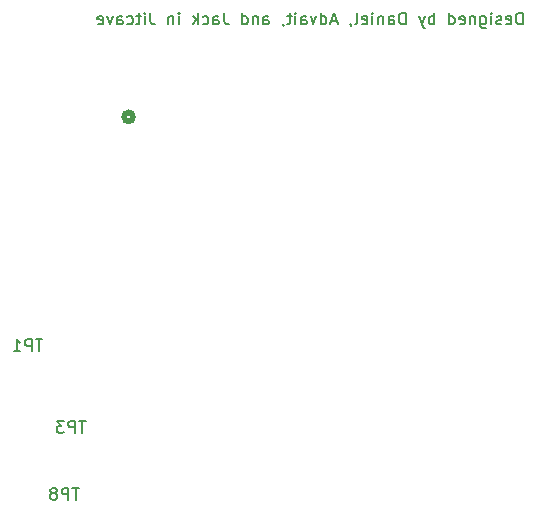
<source format=gbr>
%TF.GenerationSoftware,KiCad,Pcbnew,8.0.5*%
%TF.CreationDate,2024-10-16T13:53:07-05:00*%
%TF.ProjectId,MonitoringSystem_PCB,4d6f6e69-746f-4726-996e-675379737465,rev?*%
%TF.SameCoordinates,Original*%
%TF.FileFunction,Legend,Bot*%
%TF.FilePolarity,Positive*%
%FSLAX46Y46*%
G04 Gerber Fmt 4.6, Leading zero omitted, Abs format (unit mm)*
G04 Created by KiCad (PCBNEW 8.0.5) date 2024-10-16 13:53:07*
%MOMM*%
%LPD*%
G01*
G04 APERTURE LIST*
%ADD10C,0.150000*%
%ADD11C,0.508000*%
G04 APERTURE END LIST*
D10*
X162045420Y-84655019D02*
X162045420Y-83655019D01*
X162045420Y-83655019D02*
X161807325Y-83655019D01*
X161807325Y-83655019D02*
X161664468Y-83702638D01*
X161664468Y-83702638D02*
X161569230Y-83797876D01*
X161569230Y-83797876D02*
X161521611Y-83893114D01*
X161521611Y-83893114D02*
X161473992Y-84083590D01*
X161473992Y-84083590D02*
X161473992Y-84226447D01*
X161473992Y-84226447D02*
X161521611Y-84416923D01*
X161521611Y-84416923D02*
X161569230Y-84512161D01*
X161569230Y-84512161D02*
X161664468Y-84607400D01*
X161664468Y-84607400D02*
X161807325Y-84655019D01*
X161807325Y-84655019D02*
X162045420Y-84655019D01*
X160664468Y-84607400D02*
X160759706Y-84655019D01*
X160759706Y-84655019D02*
X160950182Y-84655019D01*
X160950182Y-84655019D02*
X161045420Y-84607400D01*
X161045420Y-84607400D02*
X161093039Y-84512161D01*
X161093039Y-84512161D02*
X161093039Y-84131209D01*
X161093039Y-84131209D02*
X161045420Y-84035971D01*
X161045420Y-84035971D02*
X160950182Y-83988352D01*
X160950182Y-83988352D02*
X160759706Y-83988352D01*
X160759706Y-83988352D02*
X160664468Y-84035971D01*
X160664468Y-84035971D02*
X160616849Y-84131209D01*
X160616849Y-84131209D02*
X160616849Y-84226447D01*
X160616849Y-84226447D02*
X161093039Y-84321685D01*
X160235896Y-84607400D02*
X160140658Y-84655019D01*
X160140658Y-84655019D02*
X159950182Y-84655019D01*
X159950182Y-84655019D02*
X159854944Y-84607400D01*
X159854944Y-84607400D02*
X159807325Y-84512161D01*
X159807325Y-84512161D02*
X159807325Y-84464542D01*
X159807325Y-84464542D02*
X159854944Y-84369304D01*
X159854944Y-84369304D02*
X159950182Y-84321685D01*
X159950182Y-84321685D02*
X160093039Y-84321685D01*
X160093039Y-84321685D02*
X160188277Y-84274066D01*
X160188277Y-84274066D02*
X160235896Y-84178828D01*
X160235896Y-84178828D02*
X160235896Y-84131209D01*
X160235896Y-84131209D02*
X160188277Y-84035971D01*
X160188277Y-84035971D02*
X160093039Y-83988352D01*
X160093039Y-83988352D02*
X159950182Y-83988352D01*
X159950182Y-83988352D02*
X159854944Y-84035971D01*
X159378753Y-84655019D02*
X159378753Y-83988352D01*
X159378753Y-83655019D02*
X159426372Y-83702638D01*
X159426372Y-83702638D02*
X159378753Y-83750257D01*
X159378753Y-83750257D02*
X159331134Y-83702638D01*
X159331134Y-83702638D02*
X159378753Y-83655019D01*
X159378753Y-83655019D02*
X159378753Y-83750257D01*
X158473992Y-83988352D02*
X158473992Y-84797876D01*
X158473992Y-84797876D02*
X158521611Y-84893114D01*
X158521611Y-84893114D02*
X158569230Y-84940733D01*
X158569230Y-84940733D02*
X158664468Y-84988352D01*
X158664468Y-84988352D02*
X158807325Y-84988352D01*
X158807325Y-84988352D02*
X158902563Y-84940733D01*
X158473992Y-84607400D02*
X158569230Y-84655019D01*
X158569230Y-84655019D02*
X158759706Y-84655019D01*
X158759706Y-84655019D02*
X158854944Y-84607400D01*
X158854944Y-84607400D02*
X158902563Y-84559780D01*
X158902563Y-84559780D02*
X158950182Y-84464542D01*
X158950182Y-84464542D02*
X158950182Y-84178828D01*
X158950182Y-84178828D02*
X158902563Y-84083590D01*
X158902563Y-84083590D02*
X158854944Y-84035971D01*
X158854944Y-84035971D02*
X158759706Y-83988352D01*
X158759706Y-83988352D02*
X158569230Y-83988352D01*
X158569230Y-83988352D02*
X158473992Y-84035971D01*
X157997801Y-83988352D02*
X157997801Y-84655019D01*
X157997801Y-84083590D02*
X157950182Y-84035971D01*
X157950182Y-84035971D02*
X157854944Y-83988352D01*
X157854944Y-83988352D02*
X157712087Y-83988352D01*
X157712087Y-83988352D02*
X157616849Y-84035971D01*
X157616849Y-84035971D02*
X157569230Y-84131209D01*
X157569230Y-84131209D02*
X157569230Y-84655019D01*
X156712087Y-84607400D02*
X156807325Y-84655019D01*
X156807325Y-84655019D02*
X156997801Y-84655019D01*
X156997801Y-84655019D02*
X157093039Y-84607400D01*
X157093039Y-84607400D02*
X157140658Y-84512161D01*
X157140658Y-84512161D02*
X157140658Y-84131209D01*
X157140658Y-84131209D02*
X157093039Y-84035971D01*
X157093039Y-84035971D02*
X156997801Y-83988352D01*
X156997801Y-83988352D02*
X156807325Y-83988352D01*
X156807325Y-83988352D02*
X156712087Y-84035971D01*
X156712087Y-84035971D02*
X156664468Y-84131209D01*
X156664468Y-84131209D02*
X156664468Y-84226447D01*
X156664468Y-84226447D02*
X157140658Y-84321685D01*
X155807325Y-84655019D02*
X155807325Y-83655019D01*
X155807325Y-84607400D02*
X155902563Y-84655019D01*
X155902563Y-84655019D02*
X156093039Y-84655019D01*
X156093039Y-84655019D02*
X156188277Y-84607400D01*
X156188277Y-84607400D02*
X156235896Y-84559780D01*
X156235896Y-84559780D02*
X156283515Y-84464542D01*
X156283515Y-84464542D02*
X156283515Y-84178828D01*
X156283515Y-84178828D02*
X156235896Y-84083590D01*
X156235896Y-84083590D02*
X156188277Y-84035971D01*
X156188277Y-84035971D02*
X156093039Y-83988352D01*
X156093039Y-83988352D02*
X155902563Y-83988352D01*
X155902563Y-83988352D02*
X155807325Y-84035971D01*
X154569229Y-84655019D02*
X154569229Y-83655019D01*
X154569229Y-84035971D02*
X154473991Y-83988352D01*
X154473991Y-83988352D02*
X154283515Y-83988352D01*
X154283515Y-83988352D02*
X154188277Y-84035971D01*
X154188277Y-84035971D02*
X154140658Y-84083590D01*
X154140658Y-84083590D02*
X154093039Y-84178828D01*
X154093039Y-84178828D02*
X154093039Y-84464542D01*
X154093039Y-84464542D02*
X154140658Y-84559780D01*
X154140658Y-84559780D02*
X154188277Y-84607400D01*
X154188277Y-84607400D02*
X154283515Y-84655019D01*
X154283515Y-84655019D02*
X154473991Y-84655019D01*
X154473991Y-84655019D02*
X154569229Y-84607400D01*
X153759705Y-83988352D02*
X153521610Y-84655019D01*
X153283515Y-83988352D02*
X153521610Y-84655019D01*
X153521610Y-84655019D02*
X153616848Y-84893114D01*
X153616848Y-84893114D02*
X153664467Y-84940733D01*
X153664467Y-84940733D02*
X153759705Y-84988352D01*
X152140657Y-84655019D02*
X152140657Y-83655019D01*
X152140657Y-83655019D02*
X151902562Y-83655019D01*
X151902562Y-83655019D02*
X151759705Y-83702638D01*
X151759705Y-83702638D02*
X151664467Y-83797876D01*
X151664467Y-83797876D02*
X151616848Y-83893114D01*
X151616848Y-83893114D02*
X151569229Y-84083590D01*
X151569229Y-84083590D02*
X151569229Y-84226447D01*
X151569229Y-84226447D02*
X151616848Y-84416923D01*
X151616848Y-84416923D02*
X151664467Y-84512161D01*
X151664467Y-84512161D02*
X151759705Y-84607400D01*
X151759705Y-84607400D02*
X151902562Y-84655019D01*
X151902562Y-84655019D02*
X152140657Y-84655019D01*
X150712086Y-84655019D02*
X150712086Y-84131209D01*
X150712086Y-84131209D02*
X150759705Y-84035971D01*
X150759705Y-84035971D02*
X150854943Y-83988352D01*
X150854943Y-83988352D02*
X151045419Y-83988352D01*
X151045419Y-83988352D02*
X151140657Y-84035971D01*
X150712086Y-84607400D02*
X150807324Y-84655019D01*
X150807324Y-84655019D02*
X151045419Y-84655019D01*
X151045419Y-84655019D02*
X151140657Y-84607400D01*
X151140657Y-84607400D02*
X151188276Y-84512161D01*
X151188276Y-84512161D02*
X151188276Y-84416923D01*
X151188276Y-84416923D02*
X151140657Y-84321685D01*
X151140657Y-84321685D02*
X151045419Y-84274066D01*
X151045419Y-84274066D02*
X150807324Y-84274066D01*
X150807324Y-84274066D02*
X150712086Y-84226447D01*
X150235895Y-83988352D02*
X150235895Y-84655019D01*
X150235895Y-84083590D02*
X150188276Y-84035971D01*
X150188276Y-84035971D02*
X150093038Y-83988352D01*
X150093038Y-83988352D02*
X149950181Y-83988352D01*
X149950181Y-83988352D02*
X149854943Y-84035971D01*
X149854943Y-84035971D02*
X149807324Y-84131209D01*
X149807324Y-84131209D02*
X149807324Y-84655019D01*
X149331133Y-84655019D02*
X149331133Y-83988352D01*
X149331133Y-83655019D02*
X149378752Y-83702638D01*
X149378752Y-83702638D02*
X149331133Y-83750257D01*
X149331133Y-83750257D02*
X149283514Y-83702638D01*
X149283514Y-83702638D02*
X149331133Y-83655019D01*
X149331133Y-83655019D02*
X149331133Y-83750257D01*
X148473991Y-84607400D02*
X148569229Y-84655019D01*
X148569229Y-84655019D02*
X148759705Y-84655019D01*
X148759705Y-84655019D02*
X148854943Y-84607400D01*
X148854943Y-84607400D02*
X148902562Y-84512161D01*
X148902562Y-84512161D02*
X148902562Y-84131209D01*
X148902562Y-84131209D02*
X148854943Y-84035971D01*
X148854943Y-84035971D02*
X148759705Y-83988352D01*
X148759705Y-83988352D02*
X148569229Y-83988352D01*
X148569229Y-83988352D02*
X148473991Y-84035971D01*
X148473991Y-84035971D02*
X148426372Y-84131209D01*
X148426372Y-84131209D02*
X148426372Y-84226447D01*
X148426372Y-84226447D02*
X148902562Y-84321685D01*
X147854943Y-84655019D02*
X147950181Y-84607400D01*
X147950181Y-84607400D02*
X147997800Y-84512161D01*
X147997800Y-84512161D02*
X147997800Y-83655019D01*
X147426371Y-84607400D02*
X147426371Y-84655019D01*
X147426371Y-84655019D02*
X147473990Y-84750257D01*
X147473990Y-84750257D02*
X147521609Y-84797876D01*
X146283514Y-84369304D02*
X145807324Y-84369304D01*
X146378752Y-84655019D02*
X146045419Y-83655019D01*
X146045419Y-83655019D02*
X145712086Y-84655019D01*
X144950181Y-84655019D02*
X144950181Y-83655019D01*
X144950181Y-84607400D02*
X145045419Y-84655019D01*
X145045419Y-84655019D02*
X145235895Y-84655019D01*
X145235895Y-84655019D02*
X145331133Y-84607400D01*
X145331133Y-84607400D02*
X145378752Y-84559780D01*
X145378752Y-84559780D02*
X145426371Y-84464542D01*
X145426371Y-84464542D02*
X145426371Y-84178828D01*
X145426371Y-84178828D02*
X145378752Y-84083590D01*
X145378752Y-84083590D02*
X145331133Y-84035971D01*
X145331133Y-84035971D02*
X145235895Y-83988352D01*
X145235895Y-83988352D02*
X145045419Y-83988352D01*
X145045419Y-83988352D02*
X144950181Y-84035971D01*
X144569228Y-83988352D02*
X144331133Y-84655019D01*
X144331133Y-84655019D02*
X144093038Y-83988352D01*
X143283514Y-84655019D02*
X143283514Y-84131209D01*
X143283514Y-84131209D02*
X143331133Y-84035971D01*
X143331133Y-84035971D02*
X143426371Y-83988352D01*
X143426371Y-83988352D02*
X143616847Y-83988352D01*
X143616847Y-83988352D02*
X143712085Y-84035971D01*
X143283514Y-84607400D02*
X143378752Y-84655019D01*
X143378752Y-84655019D02*
X143616847Y-84655019D01*
X143616847Y-84655019D02*
X143712085Y-84607400D01*
X143712085Y-84607400D02*
X143759704Y-84512161D01*
X143759704Y-84512161D02*
X143759704Y-84416923D01*
X143759704Y-84416923D02*
X143712085Y-84321685D01*
X143712085Y-84321685D02*
X143616847Y-84274066D01*
X143616847Y-84274066D02*
X143378752Y-84274066D01*
X143378752Y-84274066D02*
X143283514Y-84226447D01*
X142807323Y-84655019D02*
X142807323Y-83988352D01*
X142807323Y-83655019D02*
X142854942Y-83702638D01*
X142854942Y-83702638D02*
X142807323Y-83750257D01*
X142807323Y-83750257D02*
X142759704Y-83702638D01*
X142759704Y-83702638D02*
X142807323Y-83655019D01*
X142807323Y-83655019D02*
X142807323Y-83750257D01*
X142473990Y-83988352D02*
X142093038Y-83988352D01*
X142331133Y-83655019D02*
X142331133Y-84512161D01*
X142331133Y-84512161D02*
X142283514Y-84607400D01*
X142283514Y-84607400D02*
X142188276Y-84655019D01*
X142188276Y-84655019D02*
X142093038Y-84655019D01*
X141712085Y-84607400D02*
X141712085Y-84655019D01*
X141712085Y-84655019D02*
X141759704Y-84750257D01*
X141759704Y-84750257D02*
X141807323Y-84797876D01*
X140093038Y-84655019D02*
X140093038Y-84131209D01*
X140093038Y-84131209D02*
X140140657Y-84035971D01*
X140140657Y-84035971D02*
X140235895Y-83988352D01*
X140235895Y-83988352D02*
X140426371Y-83988352D01*
X140426371Y-83988352D02*
X140521609Y-84035971D01*
X140093038Y-84607400D02*
X140188276Y-84655019D01*
X140188276Y-84655019D02*
X140426371Y-84655019D01*
X140426371Y-84655019D02*
X140521609Y-84607400D01*
X140521609Y-84607400D02*
X140569228Y-84512161D01*
X140569228Y-84512161D02*
X140569228Y-84416923D01*
X140569228Y-84416923D02*
X140521609Y-84321685D01*
X140521609Y-84321685D02*
X140426371Y-84274066D01*
X140426371Y-84274066D02*
X140188276Y-84274066D01*
X140188276Y-84274066D02*
X140093038Y-84226447D01*
X139616847Y-83988352D02*
X139616847Y-84655019D01*
X139616847Y-84083590D02*
X139569228Y-84035971D01*
X139569228Y-84035971D02*
X139473990Y-83988352D01*
X139473990Y-83988352D02*
X139331133Y-83988352D01*
X139331133Y-83988352D02*
X139235895Y-84035971D01*
X139235895Y-84035971D02*
X139188276Y-84131209D01*
X139188276Y-84131209D02*
X139188276Y-84655019D01*
X138283514Y-84655019D02*
X138283514Y-83655019D01*
X138283514Y-84607400D02*
X138378752Y-84655019D01*
X138378752Y-84655019D02*
X138569228Y-84655019D01*
X138569228Y-84655019D02*
X138664466Y-84607400D01*
X138664466Y-84607400D02*
X138712085Y-84559780D01*
X138712085Y-84559780D02*
X138759704Y-84464542D01*
X138759704Y-84464542D02*
X138759704Y-84178828D01*
X138759704Y-84178828D02*
X138712085Y-84083590D01*
X138712085Y-84083590D02*
X138664466Y-84035971D01*
X138664466Y-84035971D02*
X138569228Y-83988352D01*
X138569228Y-83988352D02*
X138378752Y-83988352D01*
X138378752Y-83988352D02*
X138283514Y-84035971D01*
X136759704Y-83655019D02*
X136759704Y-84369304D01*
X136759704Y-84369304D02*
X136807323Y-84512161D01*
X136807323Y-84512161D02*
X136902561Y-84607400D01*
X136902561Y-84607400D02*
X137045418Y-84655019D01*
X137045418Y-84655019D02*
X137140656Y-84655019D01*
X135854942Y-84655019D02*
X135854942Y-84131209D01*
X135854942Y-84131209D02*
X135902561Y-84035971D01*
X135902561Y-84035971D02*
X135997799Y-83988352D01*
X135997799Y-83988352D02*
X136188275Y-83988352D01*
X136188275Y-83988352D02*
X136283513Y-84035971D01*
X135854942Y-84607400D02*
X135950180Y-84655019D01*
X135950180Y-84655019D02*
X136188275Y-84655019D01*
X136188275Y-84655019D02*
X136283513Y-84607400D01*
X136283513Y-84607400D02*
X136331132Y-84512161D01*
X136331132Y-84512161D02*
X136331132Y-84416923D01*
X136331132Y-84416923D02*
X136283513Y-84321685D01*
X136283513Y-84321685D02*
X136188275Y-84274066D01*
X136188275Y-84274066D02*
X135950180Y-84274066D01*
X135950180Y-84274066D02*
X135854942Y-84226447D01*
X134950180Y-84607400D02*
X135045418Y-84655019D01*
X135045418Y-84655019D02*
X135235894Y-84655019D01*
X135235894Y-84655019D02*
X135331132Y-84607400D01*
X135331132Y-84607400D02*
X135378751Y-84559780D01*
X135378751Y-84559780D02*
X135426370Y-84464542D01*
X135426370Y-84464542D02*
X135426370Y-84178828D01*
X135426370Y-84178828D02*
X135378751Y-84083590D01*
X135378751Y-84083590D02*
X135331132Y-84035971D01*
X135331132Y-84035971D02*
X135235894Y-83988352D01*
X135235894Y-83988352D02*
X135045418Y-83988352D01*
X135045418Y-83988352D02*
X134950180Y-84035971D01*
X134521608Y-84655019D02*
X134521608Y-83655019D01*
X134426370Y-84274066D02*
X134140656Y-84655019D01*
X134140656Y-83988352D02*
X134521608Y-84369304D01*
X132950179Y-84655019D02*
X132950179Y-83988352D01*
X132950179Y-83655019D02*
X132997798Y-83702638D01*
X132997798Y-83702638D02*
X132950179Y-83750257D01*
X132950179Y-83750257D02*
X132902560Y-83702638D01*
X132902560Y-83702638D02*
X132950179Y-83655019D01*
X132950179Y-83655019D02*
X132950179Y-83750257D01*
X132473989Y-83988352D02*
X132473989Y-84655019D01*
X132473989Y-84083590D02*
X132426370Y-84035971D01*
X132426370Y-84035971D02*
X132331132Y-83988352D01*
X132331132Y-83988352D02*
X132188275Y-83988352D01*
X132188275Y-83988352D02*
X132093037Y-84035971D01*
X132093037Y-84035971D02*
X132045418Y-84131209D01*
X132045418Y-84131209D02*
X132045418Y-84655019D01*
X130521608Y-83655019D02*
X130521608Y-84369304D01*
X130521608Y-84369304D02*
X130569227Y-84512161D01*
X130569227Y-84512161D02*
X130664465Y-84607400D01*
X130664465Y-84607400D02*
X130807322Y-84655019D01*
X130807322Y-84655019D02*
X130902560Y-84655019D01*
X130045417Y-84655019D02*
X130045417Y-83988352D01*
X130045417Y-83655019D02*
X130093036Y-83702638D01*
X130093036Y-83702638D02*
X130045417Y-83750257D01*
X130045417Y-83750257D02*
X129997798Y-83702638D01*
X129997798Y-83702638D02*
X130045417Y-83655019D01*
X130045417Y-83655019D02*
X130045417Y-83750257D01*
X129712084Y-83988352D02*
X129331132Y-83988352D01*
X129569227Y-83655019D02*
X129569227Y-84512161D01*
X129569227Y-84512161D02*
X129521608Y-84607400D01*
X129521608Y-84607400D02*
X129426370Y-84655019D01*
X129426370Y-84655019D02*
X129331132Y-84655019D01*
X128569227Y-84607400D02*
X128664465Y-84655019D01*
X128664465Y-84655019D02*
X128854941Y-84655019D01*
X128854941Y-84655019D02*
X128950179Y-84607400D01*
X128950179Y-84607400D02*
X128997798Y-84559780D01*
X128997798Y-84559780D02*
X129045417Y-84464542D01*
X129045417Y-84464542D02*
X129045417Y-84178828D01*
X129045417Y-84178828D02*
X128997798Y-84083590D01*
X128997798Y-84083590D02*
X128950179Y-84035971D01*
X128950179Y-84035971D02*
X128854941Y-83988352D01*
X128854941Y-83988352D02*
X128664465Y-83988352D01*
X128664465Y-83988352D02*
X128569227Y-84035971D01*
X127712084Y-84655019D02*
X127712084Y-84131209D01*
X127712084Y-84131209D02*
X127759703Y-84035971D01*
X127759703Y-84035971D02*
X127854941Y-83988352D01*
X127854941Y-83988352D02*
X128045417Y-83988352D01*
X128045417Y-83988352D02*
X128140655Y-84035971D01*
X127712084Y-84607400D02*
X127807322Y-84655019D01*
X127807322Y-84655019D02*
X128045417Y-84655019D01*
X128045417Y-84655019D02*
X128140655Y-84607400D01*
X128140655Y-84607400D02*
X128188274Y-84512161D01*
X128188274Y-84512161D02*
X128188274Y-84416923D01*
X128188274Y-84416923D02*
X128140655Y-84321685D01*
X128140655Y-84321685D02*
X128045417Y-84274066D01*
X128045417Y-84274066D02*
X127807322Y-84274066D01*
X127807322Y-84274066D02*
X127712084Y-84226447D01*
X127331131Y-83988352D02*
X127093036Y-84655019D01*
X127093036Y-84655019D02*
X126854941Y-83988352D01*
X126093036Y-84607400D02*
X126188274Y-84655019D01*
X126188274Y-84655019D02*
X126378750Y-84655019D01*
X126378750Y-84655019D02*
X126473988Y-84607400D01*
X126473988Y-84607400D02*
X126521607Y-84512161D01*
X126521607Y-84512161D02*
X126521607Y-84131209D01*
X126521607Y-84131209D02*
X126473988Y-84035971D01*
X126473988Y-84035971D02*
X126378750Y-83988352D01*
X126378750Y-83988352D02*
X126188274Y-83988352D01*
X126188274Y-83988352D02*
X126093036Y-84035971D01*
X126093036Y-84035971D02*
X126045417Y-84131209D01*
X126045417Y-84131209D02*
X126045417Y-84226447D01*
X126045417Y-84226447D02*
X126521607Y-84321685D01*
X124477304Y-123914819D02*
X123905876Y-123914819D01*
X124191590Y-124914819D02*
X124191590Y-123914819D01*
X123572542Y-124914819D02*
X123572542Y-123914819D01*
X123572542Y-123914819D02*
X123191590Y-123914819D01*
X123191590Y-123914819D02*
X123096352Y-123962438D01*
X123096352Y-123962438D02*
X123048733Y-124010057D01*
X123048733Y-124010057D02*
X123001114Y-124105295D01*
X123001114Y-124105295D02*
X123001114Y-124248152D01*
X123001114Y-124248152D02*
X123048733Y-124343390D01*
X123048733Y-124343390D02*
X123096352Y-124391009D01*
X123096352Y-124391009D02*
X123191590Y-124438628D01*
X123191590Y-124438628D02*
X123572542Y-124438628D01*
X122429685Y-124343390D02*
X122524923Y-124295771D01*
X122524923Y-124295771D02*
X122572542Y-124248152D01*
X122572542Y-124248152D02*
X122620161Y-124152914D01*
X122620161Y-124152914D02*
X122620161Y-124105295D01*
X122620161Y-124105295D02*
X122572542Y-124010057D01*
X122572542Y-124010057D02*
X122524923Y-123962438D01*
X122524923Y-123962438D02*
X122429685Y-123914819D01*
X122429685Y-123914819D02*
X122239209Y-123914819D01*
X122239209Y-123914819D02*
X122143971Y-123962438D01*
X122143971Y-123962438D02*
X122096352Y-124010057D01*
X122096352Y-124010057D02*
X122048733Y-124105295D01*
X122048733Y-124105295D02*
X122048733Y-124152914D01*
X122048733Y-124152914D02*
X122096352Y-124248152D01*
X122096352Y-124248152D02*
X122143971Y-124295771D01*
X122143971Y-124295771D02*
X122239209Y-124343390D01*
X122239209Y-124343390D02*
X122429685Y-124343390D01*
X122429685Y-124343390D02*
X122524923Y-124391009D01*
X122524923Y-124391009D02*
X122572542Y-124438628D01*
X122572542Y-124438628D02*
X122620161Y-124533866D01*
X122620161Y-124533866D02*
X122620161Y-124724342D01*
X122620161Y-124724342D02*
X122572542Y-124819580D01*
X122572542Y-124819580D02*
X122524923Y-124867200D01*
X122524923Y-124867200D02*
X122429685Y-124914819D01*
X122429685Y-124914819D02*
X122239209Y-124914819D01*
X122239209Y-124914819D02*
X122143971Y-124867200D01*
X122143971Y-124867200D02*
X122096352Y-124819580D01*
X122096352Y-124819580D02*
X122048733Y-124724342D01*
X122048733Y-124724342D02*
X122048733Y-124533866D01*
X122048733Y-124533866D02*
X122096352Y-124438628D01*
X122096352Y-124438628D02*
X122143971Y-124391009D01*
X122143971Y-124391009D02*
X122239209Y-124343390D01*
X125036104Y-118250619D02*
X124464676Y-118250619D01*
X124750390Y-119250619D02*
X124750390Y-118250619D01*
X124131342Y-119250619D02*
X124131342Y-118250619D01*
X124131342Y-118250619D02*
X123750390Y-118250619D01*
X123750390Y-118250619D02*
X123655152Y-118298238D01*
X123655152Y-118298238D02*
X123607533Y-118345857D01*
X123607533Y-118345857D02*
X123559914Y-118441095D01*
X123559914Y-118441095D02*
X123559914Y-118583952D01*
X123559914Y-118583952D02*
X123607533Y-118679190D01*
X123607533Y-118679190D02*
X123655152Y-118726809D01*
X123655152Y-118726809D02*
X123750390Y-118774428D01*
X123750390Y-118774428D02*
X124131342Y-118774428D01*
X123226580Y-118250619D02*
X122607533Y-118250619D01*
X122607533Y-118250619D02*
X122940866Y-118631571D01*
X122940866Y-118631571D02*
X122798009Y-118631571D01*
X122798009Y-118631571D02*
X122702771Y-118679190D01*
X122702771Y-118679190D02*
X122655152Y-118726809D01*
X122655152Y-118726809D02*
X122607533Y-118822047D01*
X122607533Y-118822047D02*
X122607533Y-119060142D01*
X122607533Y-119060142D02*
X122655152Y-119155380D01*
X122655152Y-119155380D02*
X122702771Y-119203000D01*
X122702771Y-119203000D02*
X122798009Y-119250619D01*
X122798009Y-119250619D02*
X123083723Y-119250619D01*
X123083723Y-119250619D02*
X123178961Y-119203000D01*
X123178961Y-119203000D02*
X123226580Y-119155380D01*
X121378504Y-111335019D02*
X120807076Y-111335019D01*
X121092790Y-112335019D02*
X121092790Y-111335019D01*
X120473742Y-112335019D02*
X120473742Y-111335019D01*
X120473742Y-111335019D02*
X120092790Y-111335019D01*
X120092790Y-111335019D02*
X119997552Y-111382638D01*
X119997552Y-111382638D02*
X119949933Y-111430257D01*
X119949933Y-111430257D02*
X119902314Y-111525495D01*
X119902314Y-111525495D02*
X119902314Y-111668352D01*
X119902314Y-111668352D02*
X119949933Y-111763590D01*
X119949933Y-111763590D02*
X119997552Y-111811209D01*
X119997552Y-111811209D02*
X120092790Y-111858828D01*
X120092790Y-111858828D02*
X120473742Y-111858828D01*
X118949933Y-112335019D02*
X119521361Y-112335019D01*
X119235647Y-112335019D02*
X119235647Y-111335019D01*
X119235647Y-111335019D02*
X119330885Y-111477876D01*
X119330885Y-111477876D02*
X119426123Y-111573114D01*
X119426123Y-111573114D02*
X119521361Y-111620733D01*
D11*
%TO.C,J5*%
X129057400Y-92489782D02*
G75*
G02*
X128295400Y-92489782I-381000J0D01*
G01*
X128295400Y-92489782D02*
G75*
G02*
X129057400Y-92489782I381000J0D01*
G01*
%TD*%
M02*

</source>
